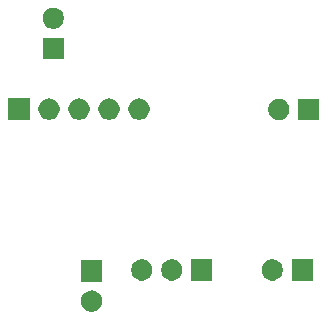
<source format=gbr>
G04 #@! TF.GenerationSoftware,KiCad,Pcbnew,5.1.5-52549c5~84~ubuntu18.04.1*
G04 #@! TF.CreationDate,2020-03-31T23:43:49+01:00*
G04 #@! TF.ProjectId,OverdrivePedal_RevB,4f766572-6472-4697-9665-506564616c5f,RevB*
G04 #@! TF.SameCoordinates,Original*
G04 #@! TF.FileFunction,Soldermask,Bot*
G04 #@! TF.FilePolarity,Negative*
%FSLAX46Y46*%
G04 Gerber Fmt 4.6, Leading zero omitted, Abs format (unit mm)*
G04 Created by KiCad (PCBNEW 5.1.5-52549c5~84~ubuntu18.04.1) date 2020-03-31 23:43:49*
%MOMM*%
%LPD*%
G04 APERTURE LIST*
%ADD10C,0.100000*%
G04 APERTURE END LIST*
D10*
G36*
X138289512Y-106723727D02*
G01*
X138438812Y-106753424D01*
X138602784Y-106821344D01*
X138750354Y-106919947D01*
X138875853Y-107045446D01*
X138974456Y-107193016D01*
X139042376Y-107356988D01*
X139077000Y-107531059D01*
X139077000Y-107708541D01*
X139042376Y-107882612D01*
X138974456Y-108046584D01*
X138875853Y-108194154D01*
X138750354Y-108319653D01*
X138602784Y-108418256D01*
X138438812Y-108486176D01*
X138289512Y-108515873D01*
X138264742Y-108520800D01*
X138087258Y-108520800D01*
X138062488Y-108515873D01*
X137913188Y-108486176D01*
X137749216Y-108418256D01*
X137601646Y-108319653D01*
X137476147Y-108194154D01*
X137377544Y-108046584D01*
X137309624Y-107882612D01*
X137275000Y-107708541D01*
X137275000Y-107531059D01*
X137309624Y-107356988D01*
X137377544Y-107193016D01*
X137476147Y-107045446D01*
X137601646Y-106919947D01*
X137749216Y-106821344D01*
X137913188Y-106753424D01*
X138062488Y-106723727D01*
X138087258Y-106718800D01*
X138264742Y-106718800D01*
X138289512Y-106723727D01*
G37*
G36*
X139077000Y-105980800D02*
G01*
X137275000Y-105980800D01*
X137275000Y-104178800D01*
X139077000Y-104178800D01*
X139077000Y-105980800D01*
G37*
G36*
X156907800Y-105879200D02*
G01*
X155105800Y-105879200D01*
X155105800Y-104077200D01*
X156907800Y-104077200D01*
X156907800Y-105879200D01*
G37*
G36*
X153580312Y-104082127D02*
G01*
X153729612Y-104111824D01*
X153893584Y-104179744D01*
X154041154Y-104278347D01*
X154166653Y-104403846D01*
X154265256Y-104551416D01*
X154333176Y-104715388D01*
X154367800Y-104889459D01*
X154367800Y-105066941D01*
X154333176Y-105241012D01*
X154265256Y-105404984D01*
X154166653Y-105552554D01*
X154041154Y-105678053D01*
X153893584Y-105776656D01*
X153729612Y-105844576D01*
X153580312Y-105874273D01*
X153555542Y-105879200D01*
X153378058Y-105879200D01*
X153353288Y-105874273D01*
X153203988Y-105844576D01*
X153040016Y-105776656D01*
X152892446Y-105678053D01*
X152766947Y-105552554D01*
X152668344Y-105404984D01*
X152600424Y-105241012D01*
X152565800Y-105066941D01*
X152565800Y-104889459D01*
X152600424Y-104715388D01*
X152668344Y-104551416D01*
X152766947Y-104403846D01*
X152892446Y-104278347D01*
X153040016Y-104179744D01*
X153203988Y-104111824D01*
X153353288Y-104082127D01*
X153378058Y-104077200D01*
X153555542Y-104077200D01*
X153580312Y-104082127D01*
G37*
G36*
X148398800Y-105879200D02*
G01*
X146596800Y-105879200D01*
X146596800Y-104077200D01*
X148398800Y-104077200D01*
X148398800Y-105879200D01*
G37*
G36*
X145071312Y-104082127D02*
G01*
X145220612Y-104111824D01*
X145384584Y-104179744D01*
X145532154Y-104278347D01*
X145657653Y-104403846D01*
X145756256Y-104551416D01*
X145824176Y-104715388D01*
X145858800Y-104889459D01*
X145858800Y-105066941D01*
X145824176Y-105241012D01*
X145756256Y-105404984D01*
X145657653Y-105552554D01*
X145532154Y-105678053D01*
X145384584Y-105776656D01*
X145220612Y-105844576D01*
X145071312Y-105874273D01*
X145046542Y-105879200D01*
X144869058Y-105879200D01*
X144844288Y-105874273D01*
X144694988Y-105844576D01*
X144531016Y-105776656D01*
X144383446Y-105678053D01*
X144257947Y-105552554D01*
X144159344Y-105404984D01*
X144091424Y-105241012D01*
X144056800Y-105066941D01*
X144056800Y-104889459D01*
X144091424Y-104715388D01*
X144159344Y-104551416D01*
X144257947Y-104403846D01*
X144383446Y-104278347D01*
X144531016Y-104179744D01*
X144694988Y-104111824D01*
X144844288Y-104082127D01*
X144869058Y-104077200D01*
X145046542Y-104077200D01*
X145071312Y-104082127D01*
G37*
G36*
X142531312Y-104082127D02*
G01*
X142680612Y-104111824D01*
X142844584Y-104179744D01*
X142992154Y-104278347D01*
X143117653Y-104403846D01*
X143216256Y-104551416D01*
X143284176Y-104715388D01*
X143318800Y-104889459D01*
X143318800Y-105066941D01*
X143284176Y-105241012D01*
X143216256Y-105404984D01*
X143117653Y-105552554D01*
X142992154Y-105678053D01*
X142844584Y-105776656D01*
X142680612Y-105844576D01*
X142531312Y-105874273D01*
X142506542Y-105879200D01*
X142329058Y-105879200D01*
X142304288Y-105874273D01*
X142154988Y-105844576D01*
X141991016Y-105776656D01*
X141843446Y-105678053D01*
X141717947Y-105552554D01*
X141619344Y-105404984D01*
X141551424Y-105241012D01*
X141516800Y-105066941D01*
X141516800Y-104889459D01*
X141551424Y-104715388D01*
X141619344Y-104551416D01*
X141717947Y-104403846D01*
X141843446Y-104278347D01*
X141991016Y-104179744D01*
X142154988Y-104111824D01*
X142304288Y-104082127D01*
X142329058Y-104077200D01*
X142506542Y-104077200D01*
X142531312Y-104082127D01*
G37*
G36*
X154139112Y-90493127D02*
G01*
X154288412Y-90522824D01*
X154452384Y-90590744D01*
X154599954Y-90689347D01*
X154725453Y-90814846D01*
X154824056Y-90962416D01*
X154891976Y-91126388D01*
X154926600Y-91300459D01*
X154926600Y-91477941D01*
X154891976Y-91652012D01*
X154824056Y-91815984D01*
X154725453Y-91963554D01*
X154599954Y-92089053D01*
X154452384Y-92187656D01*
X154288412Y-92255576D01*
X154139112Y-92285273D01*
X154114342Y-92290200D01*
X153936858Y-92290200D01*
X153912088Y-92285273D01*
X153762788Y-92255576D01*
X153598816Y-92187656D01*
X153451246Y-92089053D01*
X153325747Y-91963554D01*
X153227144Y-91815984D01*
X153159224Y-91652012D01*
X153124600Y-91477941D01*
X153124600Y-91300459D01*
X153159224Y-91126388D01*
X153227144Y-90962416D01*
X153325747Y-90814846D01*
X153451246Y-90689347D01*
X153598816Y-90590744D01*
X153762788Y-90522824D01*
X153912088Y-90493127D01*
X153936858Y-90488200D01*
X154114342Y-90488200D01*
X154139112Y-90493127D01*
G37*
G36*
X157466600Y-92290200D02*
G01*
X155664600Y-92290200D01*
X155664600Y-90488200D01*
X157466600Y-90488200D01*
X157466600Y-92290200D01*
G37*
G36*
X142302712Y-90467727D02*
G01*
X142452012Y-90497424D01*
X142615984Y-90565344D01*
X142763554Y-90663947D01*
X142889053Y-90789446D01*
X142987656Y-90937016D01*
X143055576Y-91100988D01*
X143090200Y-91275059D01*
X143090200Y-91452541D01*
X143055576Y-91626612D01*
X142987656Y-91790584D01*
X142889053Y-91938154D01*
X142763554Y-92063653D01*
X142615984Y-92162256D01*
X142452012Y-92230176D01*
X142302712Y-92259873D01*
X142277942Y-92264800D01*
X142100458Y-92264800D01*
X142075688Y-92259873D01*
X141926388Y-92230176D01*
X141762416Y-92162256D01*
X141614846Y-92063653D01*
X141489347Y-91938154D01*
X141390744Y-91790584D01*
X141322824Y-91626612D01*
X141288200Y-91452541D01*
X141288200Y-91275059D01*
X141322824Y-91100988D01*
X141390744Y-90937016D01*
X141489347Y-90789446D01*
X141614846Y-90663947D01*
X141762416Y-90565344D01*
X141926388Y-90497424D01*
X142075688Y-90467727D01*
X142100458Y-90462800D01*
X142277942Y-90462800D01*
X142302712Y-90467727D01*
G37*
G36*
X139762712Y-90467727D02*
G01*
X139912012Y-90497424D01*
X140075984Y-90565344D01*
X140223554Y-90663947D01*
X140349053Y-90789446D01*
X140447656Y-90937016D01*
X140515576Y-91100988D01*
X140550200Y-91275059D01*
X140550200Y-91452541D01*
X140515576Y-91626612D01*
X140447656Y-91790584D01*
X140349053Y-91938154D01*
X140223554Y-92063653D01*
X140075984Y-92162256D01*
X139912012Y-92230176D01*
X139762712Y-92259873D01*
X139737942Y-92264800D01*
X139560458Y-92264800D01*
X139535688Y-92259873D01*
X139386388Y-92230176D01*
X139222416Y-92162256D01*
X139074846Y-92063653D01*
X138949347Y-91938154D01*
X138850744Y-91790584D01*
X138782824Y-91626612D01*
X138748200Y-91452541D01*
X138748200Y-91275059D01*
X138782824Y-91100988D01*
X138850744Y-90937016D01*
X138949347Y-90789446D01*
X139074846Y-90663947D01*
X139222416Y-90565344D01*
X139386388Y-90497424D01*
X139535688Y-90467727D01*
X139560458Y-90462800D01*
X139737942Y-90462800D01*
X139762712Y-90467727D01*
G37*
G36*
X137222712Y-90467727D02*
G01*
X137372012Y-90497424D01*
X137535984Y-90565344D01*
X137683554Y-90663947D01*
X137809053Y-90789446D01*
X137907656Y-90937016D01*
X137975576Y-91100988D01*
X138010200Y-91275059D01*
X138010200Y-91452541D01*
X137975576Y-91626612D01*
X137907656Y-91790584D01*
X137809053Y-91938154D01*
X137683554Y-92063653D01*
X137535984Y-92162256D01*
X137372012Y-92230176D01*
X137222712Y-92259873D01*
X137197942Y-92264800D01*
X137020458Y-92264800D01*
X136995688Y-92259873D01*
X136846388Y-92230176D01*
X136682416Y-92162256D01*
X136534846Y-92063653D01*
X136409347Y-91938154D01*
X136310744Y-91790584D01*
X136242824Y-91626612D01*
X136208200Y-91452541D01*
X136208200Y-91275059D01*
X136242824Y-91100988D01*
X136310744Y-90937016D01*
X136409347Y-90789446D01*
X136534846Y-90663947D01*
X136682416Y-90565344D01*
X136846388Y-90497424D01*
X136995688Y-90467727D01*
X137020458Y-90462800D01*
X137197942Y-90462800D01*
X137222712Y-90467727D01*
G37*
G36*
X132930200Y-92264800D02*
G01*
X131128200Y-92264800D01*
X131128200Y-90462800D01*
X132930200Y-90462800D01*
X132930200Y-92264800D01*
G37*
G36*
X134682712Y-90467727D02*
G01*
X134832012Y-90497424D01*
X134995984Y-90565344D01*
X135143554Y-90663947D01*
X135269053Y-90789446D01*
X135367656Y-90937016D01*
X135435576Y-91100988D01*
X135470200Y-91275059D01*
X135470200Y-91452541D01*
X135435576Y-91626612D01*
X135367656Y-91790584D01*
X135269053Y-91938154D01*
X135143554Y-92063653D01*
X134995984Y-92162256D01*
X134832012Y-92230176D01*
X134682712Y-92259873D01*
X134657942Y-92264800D01*
X134480458Y-92264800D01*
X134455688Y-92259873D01*
X134306388Y-92230176D01*
X134142416Y-92162256D01*
X133994846Y-92063653D01*
X133869347Y-91938154D01*
X133770744Y-91790584D01*
X133702824Y-91626612D01*
X133668200Y-91452541D01*
X133668200Y-91275059D01*
X133702824Y-91100988D01*
X133770744Y-90937016D01*
X133869347Y-90789446D01*
X133994846Y-90663947D01*
X134142416Y-90565344D01*
X134306388Y-90497424D01*
X134455688Y-90467727D01*
X134480458Y-90462800D01*
X134657942Y-90462800D01*
X134682712Y-90467727D01*
G37*
G36*
X135825800Y-87108600D02*
G01*
X134023800Y-87108600D01*
X134023800Y-85306600D01*
X135825800Y-85306600D01*
X135825800Y-87108600D01*
G37*
G36*
X135038312Y-82771527D02*
G01*
X135187612Y-82801224D01*
X135351584Y-82869144D01*
X135499154Y-82967747D01*
X135624653Y-83093246D01*
X135723256Y-83240816D01*
X135791176Y-83404788D01*
X135825800Y-83578859D01*
X135825800Y-83756341D01*
X135791176Y-83930412D01*
X135723256Y-84094384D01*
X135624653Y-84241954D01*
X135499154Y-84367453D01*
X135351584Y-84466056D01*
X135187612Y-84533976D01*
X135038312Y-84563673D01*
X135013542Y-84568600D01*
X134836058Y-84568600D01*
X134811288Y-84563673D01*
X134661988Y-84533976D01*
X134498016Y-84466056D01*
X134350446Y-84367453D01*
X134224947Y-84241954D01*
X134126344Y-84094384D01*
X134058424Y-83930412D01*
X134023800Y-83756341D01*
X134023800Y-83578859D01*
X134058424Y-83404788D01*
X134126344Y-83240816D01*
X134224947Y-83093246D01*
X134350446Y-82967747D01*
X134498016Y-82869144D01*
X134661988Y-82801224D01*
X134811288Y-82771527D01*
X134836058Y-82766600D01*
X135013542Y-82766600D01*
X135038312Y-82771527D01*
G37*
M02*

</source>
